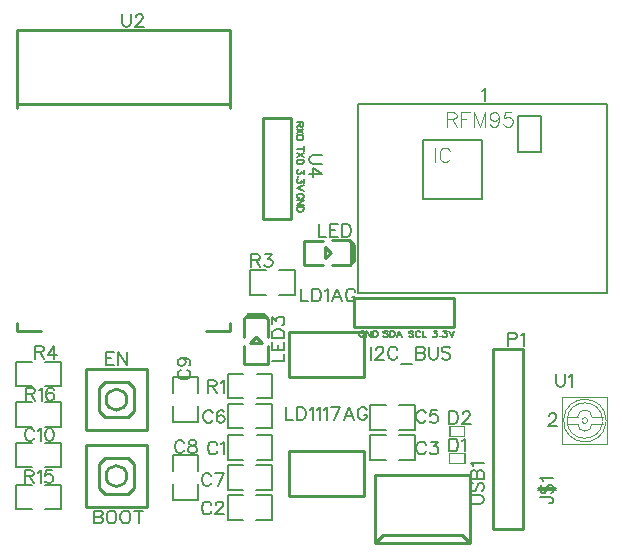
<source format=gto>
G04 Layer: TopSilkLayer*
G04 EasyEDA v6.2.35, 2019-08-15T18:41:42+02:00*
G04 d928556bf1d54400a7a5e192a75a7165,10119efe1344418d97fa33539d7a4e55,10*
G04 Gerber Generator version 0.2*
G04 Scale: 100 percent, Rotated: No, Reflected: No *
G04 Dimensions in millimeters *
G04 leading zeros omitted , absolute positions ,3 integer and 3 decimal *
%FSLAX33Y33*%
%MOMM*%
G90*
G71D02*

%ADD10C,0.254000*%
%ADD39C,0.199898*%
%ADD40C,0.127000*%
%ADD41C,0.100076*%
%ADD42C,0.101600*%
%ADD43C,0.100000*%
%ADD44C,0.152400*%

%LPD*%
G54D10*
G01X24486Y3408D02*
G01X30885Y3408D01*
G01X24486Y3408D02*
G01X24486Y7208D01*
G01X30885Y7208D02*
G01X24486Y7208D01*
G01X30885Y7208D02*
G01X30885Y3408D01*
G54D39*
G01X32719Y8527D02*
G01X31399Y8527D01*
G01X31399Y6457D01*
G01X32719Y6457D01*
G01X33851Y8527D02*
G01X35171Y8527D01*
G01X35171Y6457D01*
G01X33851Y6457D01*
G54D10*
G01X20699Y16101D02*
G01X20699Y14551D01*
G01X22731Y14551D01*
G01X22731Y16101D01*
G01X20674Y16888D02*
G01X20674Y18361D01*
G01X21080Y18768D01*
G01X22350Y18768D01*
G01X22731Y18387D01*
G01X22731Y16863D01*
G01X21215Y16327D02*
G01X22216Y16327D01*
G01X22216Y16327D01*
G01X21715Y16827D01*
G01X21715Y16827D01*
G01X21215Y16327D01*
G01X20915Y18526D02*
G01X22515Y18526D01*
G01X39813Y5145D02*
G01X39813Y-594D01*
G01X39813Y5155D02*
G01X31814Y5155D01*
G01X31814Y5155D02*
G01X31814Y-584D01*
G01X39813Y-604D02*
G01X31814Y-604D01*
G01X39203Y105D02*
G01X32434Y105D01*
G01X39793Y-604D02*
G01X39793Y-484D01*
G01X39203Y105D01*
G01X31843Y-584D02*
G01X31843Y-484D01*
G01X32434Y105D01*
G01X1515Y42853D02*
G01X19516Y42854D01*
G01X1515Y42854D02*
G01X1515Y36213D01*
G01X1515Y36554D02*
G01X19516Y36553D01*
G01X19515Y42854D02*
G01X19516Y36213D01*
G01X1515Y18014D02*
G01X1515Y17353D01*
G01X1515Y17353D02*
G01X3515Y17353D01*
G01X19516Y18014D02*
G01X19516Y17353D01*
G01X17515Y17353D02*
G01X19516Y17353D01*
G54D39*
G01X20654Y8527D02*
G01X19334Y8527D01*
G01X19334Y6457D01*
G01X20654Y6457D01*
G01X21786Y8527D02*
G01X23106Y8527D01*
G01X23106Y6457D01*
G01X21786Y6457D01*
G01X3856Y12681D02*
G01X5176Y12681D01*
G01X5176Y14751D01*
G01X3856Y14751D01*
G01X2724Y12681D02*
G01X1404Y12681D01*
G01X1404Y14751D01*
G01X2724Y14751D01*
G54D10*
G01X24694Y35364D02*
G01X24694Y26864D01*
G01X22294Y26864D01*
G01X22294Y35364D01*
G01X24694Y35364D01*
G01X10905Y3580D02*
G01X8906Y3580D01*
G01X8406Y4080D01*
G01X8406Y6079D01*
G01X8906Y6579D01*
G01X10905Y6579D01*
G01X11405Y6079D01*
G01X11405Y4080D01*
G01X10905Y3580D01*
G01X12505Y2480D02*
G01X7306Y2480D01*
G01X7306Y7679D01*
G01X12505Y7679D01*
G01X12505Y2480D01*
G01X8906Y13049D02*
G01X10905Y13049D01*
G01X11405Y12549D01*
G01X11405Y10549D01*
G01X10905Y10049D01*
G01X8906Y10049D01*
G01X8406Y10549D01*
G01X8406Y12549D01*
G01X8906Y13049D01*
G01X7306Y14149D02*
G01X12505Y14149D01*
G01X12505Y8949D01*
G01X7306Y8949D01*
G01X7306Y14149D01*
G54D39*
G01X32719Y11067D02*
G01X31399Y11067D01*
G01X31399Y8997D01*
G01X32719Y8997D01*
G01X33851Y11067D02*
G01X35171Y11067D01*
G01X35171Y8997D01*
G01X33851Y8997D01*
G01X21763Y3918D02*
G01X23083Y3918D01*
G01X23083Y5988D01*
G01X21763Y5988D01*
G01X20631Y3918D02*
G01X19311Y3918D01*
G01X19311Y5988D01*
G01X20631Y5988D01*
G01X16782Y5507D02*
G01X16782Y6827D01*
G01X14712Y6827D01*
G01X14712Y5507D01*
G01X16782Y4375D02*
G01X16782Y3055D01*
G01X14712Y3055D01*
G01X14712Y4375D01*
G01X3856Y2267D02*
G01X5176Y2267D01*
G01X5176Y4337D01*
G01X3856Y4337D01*
G01X2724Y2267D02*
G01X1404Y2267D01*
G01X1404Y4337D01*
G01X2724Y4337D01*
G01X14713Y11002D02*
G01X14713Y9682D01*
G01X16783Y9682D01*
G01X16783Y11002D01*
G01X14713Y12134D02*
G01X14713Y13454D01*
G01X16783Y13454D01*
G01X16783Y12134D01*
G01X3856Y9252D02*
G01X5176Y9252D01*
G01X5176Y11322D01*
G01X3856Y11322D01*
G01X2724Y9252D02*
G01X1404Y9252D01*
G01X1404Y11322D01*
G01X2724Y11322D01*
G54D10*
G01X24486Y13441D02*
G01X30885Y13441D01*
G01X24486Y13441D02*
G01X24486Y17241D01*
G01X30885Y17241D02*
G01X24486Y17241D01*
G01X30885Y17241D02*
G01X30885Y13441D01*
G54D39*
G01X21763Y9125D02*
G01X23083Y9125D01*
G01X23083Y11195D01*
G01X21763Y11195D01*
G01X20631Y9125D02*
G01X19311Y9125D01*
G01X19311Y11195D01*
G01X20631Y11195D01*
G01X21763Y1378D02*
G01X23083Y1378D01*
G01X23083Y3448D01*
G01X21763Y3448D01*
G01X20631Y1378D02*
G01X19311Y1378D01*
G01X19311Y3448D01*
G01X20631Y3448D01*
G01X3856Y5823D02*
G01X5176Y5823D01*
G01X5176Y7893D01*
G01X3856Y7893D01*
G01X2724Y5823D02*
G01X1404Y5823D01*
G01X1404Y7893D01*
G01X2724Y7893D01*
G01X23668Y20428D02*
G01X24988Y20428D01*
G01X24988Y22498D01*
G01X23668Y22498D01*
G01X22536Y20428D02*
G01X21216Y20428D01*
G01X21216Y22498D01*
G01X22536Y22498D01*
G54D10*
G01X27369Y25020D02*
G01X25820Y25020D01*
G01X25820Y22988D01*
G01X27369Y22988D01*
G01X28157Y25045D02*
G01X29630Y25045D01*
G01X30036Y24639D01*
G01X30036Y23369D01*
G01X29655Y22988D01*
G01X28131Y22988D01*
G01X27595Y24504D02*
G01X27595Y23503D01*
G01X27595Y23503D01*
G01X28096Y24004D01*
G01X28096Y24004D01*
G01X27595Y24504D01*
G01X29795Y24804D02*
G01X29795Y23204D01*
G54D39*
G01X20654Y13734D02*
G01X19334Y13734D01*
G01X19334Y11664D01*
G01X20654Y11664D01*
G01X21786Y13734D02*
G01X23106Y13734D01*
G01X23106Y11664D01*
G01X21786Y11664D01*
G54D40*
G01X30353Y20560D02*
G01X51432Y20560D01*
G01X51432Y36559D01*
G01X30353Y36559D01*
G01X30353Y20560D01*
G01X35892Y33560D02*
G01X35892Y28560D01*
G01X40892Y28560D01*
G01X40892Y33560D01*
G01X35892Y33560D01*
G01X45892Y35560D02*
G01X43892Y35560D01*
G01X43892Y32560D01*
G01X45892Y32560D01*
G01X45892Y35560D01*
G54D41*
G01X48963Y10078D02*
G01X48062Y10078D01*
G01X48963Y9479D02*
G01X48062Y9479D01*
G01X50162Y10078D02*
G01X51062Y10078D01*
G01X50162Y9479D02*
G01X51062Y9479D01*
G01X47663Y11778D02*
G01X51462Y11778D01*
G01X51462Y7779D01*
G01X47663Y7779D01*
G01X47663Y11778D01*
G54D10*
G01X41783Y15875D02*
G01X44323Y15875D01*
G01X44323Y635D01*
G01X41783Y635D01*
G01X41783Y15875D01*
G01X30024Y20122D02*
G01X38524Y20122D01*
G01X38524Y17722D01*
G01X30024Y17722D01*
G01X30024Y20122D01*
G54D42*
G01X38165Y9289D02*
G01X39365Y9289D01*
G01X39365Y8490D01*
G01X38165Y8490D01*
G01X38165Y9289D01*
G54D43*
G01X38065Y9289D02*
G01X38065Y8490D01*
G54D42*
G01X39304Y6204D02*
G01X38104Y6204D01*
G01X38104Y7003D01*
G01X39304Y7003D01*
G01X39304Y6204D01*
G54D43*
G01X39404Y6204D02*
G01X39404Y7003D01*
G54D44*
G01X24257Y10909D02*
G01X24257Y9820D01*
G01X24257Y9820D02*
G01X24879Y9820D01*
G01X25222Y10909D02*
G01X25222Y9820D01*
G01X25222Y10909D02*
G01X25587Y10909D01*
G01X25742Y10858D01*
G01X25847Y10754D01*
G01X25897Y10650D01*
G01X25951Y10495D01*
G01X25951Y10234D01*
G01X25897Y10079D01*
G01X25847Y9975D01*
G01X25742Y9870D01*
G01X25587Y9820D01*
G01X25222Y9820D01*
G01X26294Y10701D02*
G01X26398Y10754D01*
G01X26553Y10909D01*
G01X26553Y9820D01*
G01X26896Y10701D02*
G01X27000Y10754D01*
G01X27155Y10909D01*
G01X27155Y9820D01*
G01X27498Y10701D02*
G01X27602Y10754D01*
G01X27759Y10909D01*
G01X27759Y9820D01*
G01X28829Y10909D02*
G01X28308Y9820D01*
G01X28102Y10909D02*
G01X28829Y10909D01*
G01X29588Y10909D02*
G01X29171Y9820D01*
G01X29588Y10909D02*
G01X30002Y9820D01*
G01X29326Y10183D02*
G01X29847Y10183D01*
G01X31125Y10650D02*
G01X31074Y10754D01*
G01X30970Y10858D01*
G01X30866Y10909D01*
G01X30657Y10909D01*
G01X30553Y10858D01*
G01X30449Y10754D01*
G01X30398Y10650D01*
G01X30345Y10495D01*
G01X30345Y10234D01*
G01X30398Y10079D01*
G01X30449Y9975D01*
G01X30553Y9870D01*
G01X30657Y9820D01*
G01X30866Y9820D01*
G01X30970Y9870D01*
G01X31074Y9975D01*
G01X31125Y10079D01*
G01X31125Y10234D01*
G01X30866Y10234D02*
G01X31125Y10234D01*
G01X36086Y7741D02*
G01X36032Y7846D01*
G01X35928Y7947D01*
G01X35826Y8001D01*
G01X35618Y8001D01*
G01X35514Y7947D01*
G01X35410Y7846D01*
G01X35357Y7741D01*
G01X35306Y7584D01*
G01X35306Y7325D01*
G01X35357Y7170D01*
G01X35410Y7066D01*
G01X35514Y6962D01*
G01X35618Y6908D01*
G01X35826Y6908D01*
G01X35928Y6962D01*
G01X36032Y7066D01*
G01X36086Y7170D01*
G01X36533Y8001D02*
G01X37104Y8001D01*
G01X36792Y7584D01*
G01X36947Y7584D01*
G01X37051Y7533D01*
G01X37104Y7480D01*
G01X37155Y7325D01*
G01X37155Y7221D01*
G01X37104Y7066D01*
G01X37000Y6962D01*
G01X36842Y6908D01*
G01X36688Y6908D01*
G01X36533Y6962D01*
G01X36479Y7012D01*
G01X36428Y7117D01*
G01X23040Y14794D02*
G01X24130Y14794D01*
G01X24130Y14794D02*
G01X24130Y15416D01*
G01X23040Y15759D02*
G01X24130Y15759D01*
G01X23040Y15759D02*
G01X23040Y16435D01*
G01X23558Y15759D02*
G01X23558Y16175D01*
G01X24130Y15759D02*
G01X24130Y16435D01*
G01X23040Y16777D02*
G01X24130Y16777D01*
G01X23040Y16777D02*
G01X23040Y17143D01*
G01X23091Y17298D01*
G01X23195Y17402D01*
G01X23299Y17453D01*
G01X23454Y17506D01*
G01X23713Y17506D01*
G01X23870Y17453D01*
G01X23975Y17402D01*
G01X24079Y17298D01*
G01X24130Y17143D01*
G01X24130Y16777D01*
G01X23040Y17953D02*
G01X23040Y18525D01*
G01X23454Y18213D01*
G01X23454Y18367D01*
G01X23507Y18472D01*
G01X23558Y18525D01*
G01X23713Y18576D01*
G01X23817Y18576D01*
G01X23975Y18525D01*
G01X24079Y18421D01*
G01X24130Y18263D01*
G01X24130Y18108D01*
G01X24079Y17953D01*
G01X24025Y17900D01*
G01X23921Y17849D01*
G01X39912Y2725D02*
G01X40692Y2725D01*
G01X40847Y2775D01*
G01X40951Y2880D01*
G01X41002Y3037D01*
G01X41002Y3141D01*
G01X40951Y3296D01*
G01X40847Y3400D01*
G01X40692Y3451D01*
G01X39912Y3451D01*
G01X40067Y4523D02*
G01X39963Y4419D01*
G01X39912Y4261D01*
G01X39912Y4056D01*
G01X39963Y3898D01*
G01X40067Y3794D01*
G01X40171Y3794D01*
G01X40275Y3847D01*
G01X40326Y3898D01*
G01X40379Y4002D01*
G01X40483Y4315D01*
G01X40534Y4419D01*
G01X40588Y4470D01*
G01X40692Y4523D01*
G01X40847Y4523D01*
G01X40951Y4419D01*
G01X41002Y4261D01*
G01X41002Y4056D01*
G01X40951Y3898D01*
G01X40847Y3794D01*
G01X39912Y4866D02*
G01X41002Y4866D01*
G01X39912Y4866D02*
G01X39912Y5333D01*
G01X39963Y5488D01*
G01X40016Y5542D01*
G01X40120Y5592D01*
G01X40222Y5592D01*
G01X40326Y5542D01*
G01X40379Y5488D01*
G01X40430Y5333D01*
G01X40430Y4866D02*
G01X40430Y5333D01*
G01X40483Y5488D01*
G01X40534Y5542D01*
G01X40638Y5592D01*
G01X40793Y5592D01*
G01X40897Y5542D01*
G01X40951Y5488D01*
G01X41002Y5333D01*
G01X41002Y4866D01*
G01X40120Y5935D02*
G01X40067Y6039D01*
G01X39912Y6194D01*
G01X41002Y6194D01*
G01X10414Y44198D02*
G01X10414Y43418D01*
G01X10464Y43263D01*
G01X10568Y43159D01*
G01X10726Y43108D01*
G01X10830Y43108D01*
G01X10985Y43159D01*
G01X11089Y43263D01*
G01X11140Y43418D01*
G01X11140Y44198D01*
G01X11536Y43939D02*
G01X11536Y43990D01*
G01X11587Y44094D01*
G01X11640Y44147D01*
G01X11744Y44198D01*
G01X11950Y44198D01*
G01X12054Y44147D01*
G01X12108Y44094D01*
G01X12158Y43990D01*
G01X12158Y43886D01*
G01X12108Y43781D01*
G01X12004Y43627D01*
G01X11483Y43108D01*
G01X12212Y43108D01*
G01X18433Y7741D02*
G01X18379Y7846D01*
G01X18275Y7947D01*
G01X18173Y8001D01*
G01X17965Y8001D01*
G01X17861Y7947D01*
G01X17757Y7846D01*
G01X17704Y7741D01*
G01X17653Y7584D01*
G01X17653Y7325D01*
G01X17704Y7170D01*
G01X17757Y7066D01*
G01X17861Y6962D01*
G01X17965Y6908D01*
G01X18173Y6908D01*
G01X18275Y6962D01*
G01X18379Y7066D01*
G01X18433Y7170D01*
G01X18775Y7792D02*
G01X18880Y7846D01*
G01X19035Y8001D01*
G01X19035Y6908D01*
G01X3047Y16096D02*
G01X3047Y15004D01*
G01X3047Y16096D02*
G01X3515Y16096D01*
G01X3670Y16042D01*
G01X3723Y15992D01*
G01X3774Y15887D01*
G01X3774Y15783D01*
G01X3723Y15679D01*
G01X3670Y15628D01*
G01X3515Y15575D01*
G01X3047Y15575D01*
G01X3410Y15575D02*
G01X3774Y15004D01*
G01X4637Y16096D02*
G01X4117Y15369D01*
G01X4896Y15369D01*
G01X4637Y16096D02*
G01X4637Y15004D01*
G01X27293Y32258D02*
G01X26514Y32258D01*
G01X26359Y32207D01*
G01X26254Y32103D01*
G01X26201Y31945D01*
G01X26201Y31841D01*
G01X26254Y31686D01*
G01X26359Y31582D01*
G01X26514Y31531D01*
G01X27293Y31531D01*
G01X27293Y30667D02*
G01X26564Y31188D01*
G01X26564Y30408D01*
G01X27293Y30667D02*
G01X26201Y30667D01*
G01X8001Y2158D02*
G01X8001Y1069D01*
G01X8001Y2158D02*
G01X8468Y2158D01*
G01X8623Y2108D01*
G01X8676Y2054D01*
G01X8727Y1950D01*
G01X8727Y1846D01*
G01X8676Y1742D01*
G01X8623Y1691D01*
G01X8468Y1640D01*
G01X8001Y1640D02*
G01X8468Y1640D01*
G01X8623Y1587D01*
G01X8676Y1536D01*
G01X8727Y1432D01*
G01X8727Y1274D01*
G01X8676Y1170D01*
G01X8623Y1119D01*
G01X8468Y1069D01*
G01X8001Y1069D01*
G01X9382Y2158D02*
G01X9278Y2108D01*
G01X9174Y2003D01*
G01X9123Y1899D01*
G01X9070Y1742D01*
G01X9070Y1483D01*
G01X9123Y1328D01*
G01X9174Y1224D01*
G01X9278Y1119D01*
G01X9382Y1069D01*
G01X9591Y1069D01*
G01X9695Y1119D01*
G01X9799Y1224D01*
G01X9850Y1328D01*
G01X9903Y1483D01*
G01X9903Y1742D01*
G01X9850Y1899D01*
G01X9799Y2003D01*
G01X9695Y2108D01*
G01X9591Y2158D01*
G01X9382Y2158D01*
G01X10556Y2158D02*
G01X10452Y2108D01*
G01X10350Y2003D01*
G01X10297Y1899D01*
G01X10246Y1742D01*
G01X10246Y1483D01*
G01X10297Y1328D01*
G01X10350Y1224D01*
G01X10452Y1119D01*
G01X10556Y1069D01*
G01X10764Y1069D01*
G01X10868Y1119D01*
G01X10972Y1224D01*
G01X11023Y1328D01*
G01X11076Y1483D01*
G01X11076Y1742D01*
G01X11023Y1899D01*
G01X10972Y2003D01*
G01X10868Y2108D01*
G01X10764Y2158D01*
G01X10556Y2158D01*
G01X11783Y2158D02*
G01X11783Y1069D01*
G01X11419Y2158D02*
G01X12146Y2158D01*
G01X9017Y15609D02*
G01X9017Y14519D01*
G01X9017Y15609D02*
G01X9692Y15609D01*
G01X9017Y15091D02*
G01X9433Y15091D01*
G01X9017Y14519D02*
G01X9692Y14519D01*
G01X10035Y15609D02*
G01X10035Y14519D01*
G01X10035Y15609D02*
G01X10761Y14519D01*
G01X10761Y15609D02*
G01X10761Y14519D01*
G01X36086Y10408D02*
G01X36032Y10513D01*
G01X35928Y10614D01*
G01X35826Y10668D01*
G01X35618Y10668D01*
G01X35514Y10614D01*
G01X35410Y10513D01*
G01X35357Y10408D01*
G01X35306Y10251D01*
G01X35306Y9992D01*
G01X35357Y9837D01*
G01X35410Y9733D01*
G01X35514Y9629D01*
G01X35618Y9575D01*
G01X35826Y9575D01*
G01X35928Y9629D01*
G01X36032Y9733D01*
G01X36086Y9837D01*
G01X37051Y10668D02*
G01X36533Y10668D01*
G01X36479Y10200D01*
G01X36533Y10251D01*
G01X36688Y10304D01*
G01X36842Y10304D01*
G01X37000Y10251D01*
G01X37104Y10147D01*
G01X37155Y9992D01*
G01X37155Y9888D01*
G01X37104Y9733D01*
G01X37000Y9629D01*
G01X36842Y9575D01*
G01X36688Y9575D01*
G01X36533Y9629D01*
G01X36479Y9679D01*
G01X36428Y9784D01*
G01X17924Y5074D02*
G01X17871Y5179D01*
G01X17767Y5280D01*
G01X17665Y5333D01*
G01X17457Y5333D01*
G01X17353Y5280D01*
G01X17248Y5179D01*
G01X17195Y5074D01*
G01X17144Y4917D01*
G01X17144Y4658D01*
G01X17195Y4503D01*
G01X17248Y4399D01*
G01X17353Y4295D01*
G01X17457Y4241D01*
G01X17665Y4241D01*
G01X17767Y4295D01*
G01X17871Y4399D01*
G01X17924Y4503D01*
G01X18993Y5333D02*
G01X18475Y4241D01*
G01X18267Y5333D02*
G01X18993Y5333D01*
G01X15639Y7869D02*
G01X15585Y7973D01*
G01X15481Y8074D01*
G01X15380Y8128D01*
G01X15171Y8128D01*
G01X15067Y8074D01*
G01X14963Y7973D01*
G01X14910Y7869D01*
G01X14859Y7711D01*
G01X14859Y7452D01*
G01X14910Y7297D01*
G01X14963Y7193D01*
G01X15067Y7089D01*
G01X15171Y7036D01*
G01X15380Y7036D01*
G01X15481Y7089D01*
G01X15585Y7193D01*
G01X15639Y7297D01*
G01X16241Y8128D02*
G01X16086Y8074D01*
G01X16033Y7973D01*
G01X16033Y7869D01*
G01X16086Y7765D01*
G01X16190Y7711D01*
G01X16396Y7660D01*
G01X16553Y7607D01*
G01X16657Y7503D01*
G01X16708Y7401D01*
G01X16708Y7244D01*
G01X16657Y7140D01*
G01X16604Y7089D01*
G01X16449Y7036D01*
G01X16241Y7036D01*
G01X16086Y7089D01*
G01X16033Y7140D01*
G01X15982Y7244D01*
G01X15982Y7401D01*
G01X16033Y7503D01*
G01X16137Y7607D01*
G01X16294Y7660D01*
G01X16500Y7711D01*
G01X16604Y7765D01*
G01X16657Y7869D01*
G01X16657Y7973D01*
G01X16604Y8074D01*
G01X16449Y8128D01*
G01X16241Y8128D01*
G01X2159Y5576D02*
G01X2159Y4484D01*
G01X2159Y5576D02*
G01X2626Y5576D01*
G01X2781Y5523D01*
G01X2834Y5472D01*
G01X2885Y5368D01*
G01X2885Y5264D01*
G01X2834Y5160D01*
G01X2781Y5109D01*
G01X2626Y5055D01*
G01X2159Y5055D01*
G01X2522Y5055D02*
G01X2885Y4484D01*
G01X3228Y5368D02*
G01X3332Y5421D01*
G01X3489Y5576D01*
G01X3489Y4484D01*
G01X4455Y5576D02*
G01X3937Y5576D01*
G01X3883Y5109D01*
G01X3937Y5160D01*
G01X4091Y5213D01*
G01X4246Y5213D01*
G01X4404Y5160D01*
G01X4508Y5055D01*
G01X4559Y4900D01*
G01X4559Y4796D01*
G01X4508Y4641D01*
G01X4404Y4537D01*
G01X4246Y4484D01*
G01X4091Y4484D01*
G01X3937Y4537D01*
G01X3883Y4588D01*
G01X3832Y4692D01*
G01X15344Y14066D02*
G01X15240Y14012D01*
G01X15138Y13908D01*
G01X15085Y13807D01*
G01X15085Y13598D01*
G01X15138Y13494D01*
G01X15240Y13390D01*
G01X15344Y13337D01*
G01X15502Y13286D01*
G01X15761Y13286D01*
G01X15916Y13337D01*
G01X16020Y13390D01*
G01X16124Y13494D01*
G01X16177Y13598D01*
G01X16177Y13807D01*
G01X16124Y13908D01*
G01X16020Y14012D01*
G01X15916Y14066D01*
G01X15448Y15084D02*
G01X15606Y15031D01*
G01X15710Y14927D01*
G01X15761Y14772D01*
G01X15761Y14721D01*
G01X15710Y14564D01*
G01X15606Y14460D01*
G01X15448Y14409D01*
G01X15398Y14409D01*
G01X15240Y14460D01*
G01X15138Y14564D01*
G01X15085Y14721D01*
G01X15085Y14772D01*
G01X15138Y14927D01*
G01X15240Y15031D01*
G01X15448Y15084D01*
G01X15710Y15084D01*
G01X15969Y15031D01*
G01X16124Y14927D01*
G01X16177Y14772D01*
G01X16177Y14668D01*
G01X16124Y14513D01*
G01X16020Y14460D01*
G01X2286Y12561D02*
G01X2286Y11469D01*
G01X2286Y12561D02*
G01X2753Y12561D01*
G01X2908Y12508D01*
G01X2961Y12457D01*
G01X3012Y12353D01*
G01X3012Y12249D01*
G01X2961Y12145D01*
G01X2908Y12094D01*
G01X2753Y12040D01*
G01X2286Y12040D01*
G01X2649Y12040D02*
G01X3012Y11469D01*
G01X3355Y12353D02*
G01X3459Y12406D01*
G01X3616Y12561D01*
G01X3616Y11469D01*
G01X4582Y12406D02*
G01X4531Y12508D01*
G01X4373Y12561D01*
G01X4269Y12561D01*
G01X4114Y12508D01*
G01X4010Y12353D01*
G01X3959Y12094D01*
G01X3959Y11835D01*
G01X4010Y11626D01*
G01X4114Y11522D01*
G01X4269Y11469D01*
G01X4323Y11469D01*
G01X4478Y11522D01*
G01X4582Y11626D01*
G01X4635Y11781D01*
G01X4635Y11835D01*
G01X4582Y11990D01*
G01X4478Y12094D01*
G01X4323Y12145D01*
G01X4269Y12145D01*
G01X4114Y12094D01*
G01X4010Y11990D01*
G01X3959Y11835D01*
G01X25526Y20955D02*
G01X25526Y19865D01*
G01X25526Y19865D02*
G01X26149Y19865D01*
G01X26492Y20955D02*
G01X26492Y19865D01*
G01X26492Y20955D02*
G01X26857Y20955D01*
G01X27012Y20904D01*
G01X27116Y20800D01*
G01X27167Y20696D01*
G01X27221Y20541D01*
G01X27221Y20279D01*
G01X27167Y20124D01*
G01X27116Y20020D01*
G01X27012Y19916D01*
G01X26857Y19865D01*
G01X26492Y19865D01*
G01X27563Y20746D02*
G01X27668Y20800D01*
G01X27822Y20955D01*
G01X27822Y19865D01*
G01X28582Y20955D02*
G01X28165Y19865D01*
G01X28582Y20955D02*
G01X28996Y19865D01*
G01X28320Y20228D02*
G01X28841Y20228D01*
G01X30119Y20696D02*
G01X30068Y20800D01*
G01X29964Y20904D01*
G01X29860Y20955D01*
G01X29651Y20955D01*
G01X29547Y20904D01*
G01X29443Y20800D01*
G01X29392Y20696D01*
G01X29339Y20541D01*
G01X29339Y20279D01*
G01X29392Y20124D01*
G01X29443Y20020D01*
G01X29547Y19916D01*
G01X29651Y19865D01*
G01X29860Y19865D01*
G01X29964Y19916D01*
G01X30068Y20020D01*
G01X30119Y20124D01*
G01X30119Y20279D01*
G01X29860Y20279D02*
G01X30119Y20279D01*
G01X18051Y10408D02*
G01X17998Y10513D01*
G01X17894Y10617D01*
G01X17792Y10668D01*
G01X17584Y10668D01*
G01X17480Y10617D01*
G01X17376Y10513D01*
G01X17322Y10408D01*
G01X17271Y10251D01*
G01X17271Y9992D01*
G01X17322Y9837D01*
G01X17376Y9733D01*
G01X17480Y9629D01*
G01X17584Y9575D01*
G01X17792Y9575D01*
G01X17894Y9629D01*
G01X17998Y9733D01*
G01X18051Y9837D01*
G01X19016Y10513D02*
G01X18966Y10617D01*
G01X18808Y10668D01*
G01X18707Y10668D01*
G01X18549Y10617D01*
G01X18445Y10459D01*
G01X18394Y10200D01*
G01X18394Y9941D01*
G01X18445Y9733D01*
G01X18549Y9629D01*
G01X18707Y9575D01*
G01X18757Y9575D01*
G01X18912Y9629D01*
G01X19016Y9733D01*
G01X19070Y9888D01*
G01X19070Y9941D01*
G01X19016Y10096D01*
G01X18912Y10200D01*
G01X18757Y10251D01*
G01X18707Y10251D01*
G01X18549Y10200D01*
G01X18445Y10096D01*
G01X18394Y9941D01*
G01X17924Y2661D02*
G01X17871Y2766D01*
G01X17767Y2870D01*
G01X17665Y2920D01*
G01X17457Y2920D01*
G01X17353Y2870D01*
G01X17249Y2766D01*
G01X17195Y2661D01*
G01X17145Y2504D01*
G01X17145Y2245D01*
G01X17195Y2090D01*
G01X17249Y1986D01*
G01X17353Y1882D01*
G01X17457Y1828D01*
G01X17665Y1828D01*
G01X17767Y1882D01*
G01X17871Y1986D01*
G01X17924Y2090D01*
G01X18318Y2661D02*
G01X18318Y2712D01*
G01X18371Y2816D01*
G01X18422Y2870D01*
G01X18526Y2920D01*
G01X18735Y2920D01*
G01X18839Y2870D01*
G01X18889Y2816D01*
G01X18943Y2712D01*
G01X18943Y2608D01*
G01X18889Y2504D01*
G01X18785Y2349D01*
G01X18267Y1828D01*
G01X18994Y1828D01*
G01X2938Y8884D02*
G01X2885Y8989D01*
G01X2781Y9093D01*
G01X2679Y9143D01*
G01X2471Y9143D01*
G01X2367Y9093D01*
G01X2263Y8989D01*
G01X2209Y8884D01*
G01X2159Y8727D01*
G01X2159Y8468D01*
G01X2209Y8313D01*
G01X2263Y8209D01*
G01X2367Y8105D01*
G01X2471Y8051D01*
G01X2679Y8051D01*
G01X2781Y8105D01*
G01X2885Y8209D01*
G01X2938Y8313D01*
G01X3281Y8935D02*
G01X3385Y8989D01*
G01X3540Y9143D01*
G01X3540Y8051D01*
G01X4196Y9143D02*
G01X4038Y9093D01*
G01X3937Y8935D01*
G01X3883Y8676D01*
G01X3883Y8521D01*
G01X3937Y8260D01*
G01X4038Y8105D01*
G01X4196Y8051D01*
G01X4300Y8051D01*
G01X4455Y8105D01*
G01X4559Y8260D01*
G01X4610Y8521D01*
G01X4610Y8676D01*
G01X4559Y8935D01*
G01X4455Y9093D01*
G01X4300Y9143D01*
G01X4196Y9143D01*
G01X21336Y23875D02*
G01X21336Y22783D01*
G01X21336Y23875D02*
G01X21803Y23875D01*
G01X21958Y23825D01*
G01X22011Y23771D01*
G01X22062Y23667D01*
G01X22062Y23563D01*
G01X22011Y23459D01*
G01X21958Y23408D01*
G01X21803Y23355D01*
G01X21336Y23355D01*
G01X21699Y23355D02*
G01X22062Y22783D01*
G01X22509Y23875D02*
G01X23080Y23875D01*
G01X22771Y23459D01*
G01X22926Y23459D01*
G01X23030Y23408D01*
G01X23080Y23355D01*
G01X23134Y23200D01*
G01X23134Y23096D01*
G01X23080Y22941D01*
G01X22976Y22837D01*
G01X22821Y22783D01*
G01X22666Y22783D01*
G01X22509Y22837D01*
G01X22458Y22887D01*
G01X22405Y22992D01*
G01X27050Y26416D02*
G01X27050Y25326D01*
G01X27050Y25326D02*
G01X27673Y25326D01*
G01X28016Y26416D02*
G01X28016Y25326D01*
G01X28016Y26416D02*
G01X28691Y26416D01*
G01X28016Y25897D02*
G01X28432Y25897D01*
G01X28016Y25326D02*
G01X28691Y25326D01*
G01X29034Y26416D02*
G01X29034Y25326D01*
G01X29034Y26416D02*
G01X29400Y26416D01*
G01X29555Y26365D01*
G01X29659Y26261D01*
G01X29710Y26156D01*
G01X29763Y26001D01*
G01X29763Y25742D01*
G01X29710Y25585D01*
G01X29659Y25481D01*
G01X29555Y25377D01*
G01X29400Y25326D01*
G01X29034Y25326D01*
G01X17653Y13207D02*
G01X17653Y12115D01*
G01X17653Y13207D02*
G01X18120Y13207D01*
G01X18275Y13157D01*
G01X18328Y13103D01*
G01X18379Y12999D01*
G01X18379Y12895D01*
G01X18328Y12791D01*
G01X18275Y12740D01*
G01X18120Y12687D01*
G01X17653Y12687D01*
G01X18016Y12687D02*
G01X18379Y12115D01*
G01X18722Y12999D02*
G01X18826Y13053D01*
G01X18983Y13207D01*
G01X18983Y12115D01*
G01X40892Y37696D02*
G01X40997Y37749D01*
G01X41152Y37904D01*
G01X41152Y36815D01*
G54D42*
G01X36892Y32888D02*
G01X36892Y31676D01*
G01X38139Y32598D02*
G01X38081Y32715D01*
G01X37966Y32829D01*
G01X37850Y32888D01*
G01X37621Y32888D01*
G01X37504Y32829D01*
G01X37390Y32715D01*
G01X37331Y32598D01*
G01X37273Y32425D01*
G01X37273Y32136D01*
G01X37331Y31963D01*
G01X37390Y31849D01*
G01X37504Y31732D01*
G01X37621Y31676D01*
G01X37850Y31676D01*
G01X37966Y31732D01*
G01X38081Y31849D01*
G01X38139Y31963D01*
G01X37893Y35887D02*
G01X37893Y34676D01*
G01X37893Y35887D02*
G01X38411Y35887D01*
G01X38586Y35829D01*
G01X38642Y35771D01*
G01X38700Y35656D01*
G01X38700Y35542D01*
G01X38642Y35425D01*
G01X38586Y35367D01*
G01X38411Y35311D01*
G01X37893Y35311D01*
G01X38297Y35311D02*
G01X38700Y34676D01*
G01X39081Y35887D02*
G01X39081Y34676D01*
G01X39081Y35887D02*
G01X39833Y35887D01*
G01X39081Y35311D02*
G01X39544Y35311D01*
G01X40214Y35887D02*
G01X40214Y34676D01*
G01X40214Y35887D02*
G01X40674Y34676D01*
G01X41136Y35887D02*
G01X40674Y34676D01*
G01X41136Y35887D02*
G01X41136Y34676D01*
G01X42269Y35484D02*
G01X42211Y35311D01*
G01X42094Y35194D01*
G01X41921Y35136D01*
G01X41865Y35136D01*
G01X41690Y35194D01*
G01X41576Y35311D01*
G01X41517Y35484D01*
G01X41517Y35542D01*
G01X41576Y35715D01*
G01X41690Y35829D01*
G01X41865Y35887D01*
G01X41921Y35887D01*
G01X42094Y35829D01*
G01X42211Y35715D01*
G01X42269Y35484D01*
G01X42269Y35194D01*
G01X42211Y34907D01*
G01X42094Y34732D01*
G01X41921Y34676D01*
G01X41807Y34676D01*
G01X41634Y34732D01*
G01X41576Y34849D01*
G01X43341Y35887D02*
G01X42764Y35887D01*
G01X42706Y35367D01*
G01X42764Y35425D01*
G01X42937Y35484D01*
G01X43110Y35484D01*
G01X43285Y35425D01*
G01X43399Y35311D01*
G01X43458Y35136D01*
G01X43458Y35021D01*
G01X43399Y34849D01*
G01X43285Y34732D01*
G01X43110Y34676D01*
G01X42937Y34676D01*
G01X42764Y34732D01*
G01X42706Y34790D01*
G01X42650Y34907D01*
G54D44*
G01X46532Y10154D02*
G01X46532Y10205D01*
G01X46586Y10309D01*
G01X46636Y10360D01*
G01X46741Y10414D01*
G01X46949Y10414D01*
G01X47053Y10360D01*
G01X47104Y10309D01*
G01X47157Y10205D01*
G01X47157Y10101D01*
G01X47104Y9997D01*
G01X47002Y9842D01*
G01X46482Y9321D01*
G01X47208Y9321D01*
G01X47117Y13716D02*
G01X47117Y12938D01*
G01X47167Y12781D01*
G01X47271Y12677D01*
G01X47429Y12626D01*
G01X47533Y12626D01*
G01X47688Y12677D01*
G01X47792Y12781D01*
G01X47843Y12938D01*
G01X47843Y13716D01*
G01X48186Y13510D02*
G01X48290Y13561D01*
G01X48447Y13716D01*
G01X48447Y12626D01*
G01X45801Y3281D02*
G01X46631Y3281D01*
G01X46786Y3228D01*
G01X46840Y3177D01*
G01X46890Y3073D01*
G01X46890Y2969D01*
G01X46840Y2865D01*
G01X46786Y2811D01*
G01X46631Y2761D01*
G01X46527Y2761D01*
G01X45592Y3883D02*
G01X47099Y3883D01*
G01X45592Y4091D02*
G01X47099Y4091D01*
G01X45956Y4351D02*
G01X45852Y4246D01*
G01X45801Y4091D01*
G01X45801Y3883D01*
G01X45852Y3726D01*
G01X45956Y3624D01*
G01X46060Y3624D01*
G01X46164Y3675D01*
G01X46215Y3726D01*
G01X46268Y3830D01*
G01X46372Y4142D01*
G01X46423Y4246D01*
G01X46474Y4297D01*
G01X46578Y4351D01*
G01X46735Y4351D01*
G01X46840Y4246D01*
G01X46890Y4091D01*
G01X46890Y3883D01*
G01X46840Y3726D01*
G01X46735Y3624D01*
G01X46006Y4693D02*
G01X45956Y4798D01*
G01X45801Y4953D01*
G01X46890Y4953D01*
G01X43053Y17218D02*
G01X43053Y16129D01*
G01X43053Y17218D02*
G01X43520Y17218D01*
G01X43675Y17167D01*
G01X43728Y17117D01*
G01X43779Y17012D01*
G01X43779Y16855D01*
G01X43728Y16751D01*
G01X43675Y16700D01*
G01X43520Y16647D01*
G01X43053Y16647D01*
G01X44122Y17012D02*
G01X44226Y17063D01*
G01X44383Y17218D01*
G01X44383Y16129D01*
G01X31496Y16041D02*
G01X31496Y14949D01*
G01X31889Y15782D02*
G01X31889Y15833D01*
G01X31943Y15937D01*
G01X31993Y15988D01*
G01X32097Y16041D01*
G01X32306Y16041D01*
G01X32410Y15988D01*
G01X32461Y15937D01*
G01X32514Y15833D01*
G01X32514Y15729D01*
G01X32461Y15625D01*
G01X32359Y15470D01*
G01X31838Y14949D01*
G01X32565Y14949D01*
G01X33688Y15782D02*
G01X33637Y15886D01*
G01X33533Y15988D01*
G01X33428Y16041D01*
G01X33220Y16041D01*
G01X33116Y15988D01*
G01X33012Y15886D01*
G01X32961Y15782D01*
G01X32908Y15625D01*
G01X32908Y15365D01*
G01X32961Y15210D01*
G01X33012Y15106D01*
G01X33116Y15002D01*
G01X33220Y14949D01*
G01X33428Y14949D01*
G01X33533Y15002D01*
G01X33637Y15106D01*
G01X33688Y15210D01*
G01X34030Y14586D02*
G01X34965Y14586D01*
G01X35308Y16041D02*
G01X35308Y14949D01*
G01X35308Y16041D02*
G01X35775Y16041D01*
G01X35933Y15988D01*
G01X35984Y15937D01*
G01X36037Y15833D01*
G01X36037Y15729D01*
G01X35984Y15625D01*
G01X35933Y15574D01*
G01X35775Y15520D01*
G01X35308Y15520D02*
G01X35775Y15520D01*
G01X35933Y15470D01*
G01X35984Y15416D01*
G01X36037Y15315D01*
G01X36037Y15157D01*
G01X35984Y15053D01*
G01X35933Y15002D01*
G01X35775Y14949D01*
G01X35308Y14949D01*
G01X36380Y16041D02*
G01X36380Y15261D01*
G01X36431Y15106D01*
G01X36535Y15002D01*
G01X36690Y14949D01*
G01X36794Y14949D01*
G01X36951Y15002D01*
G01X37056Y15106D01*
G01X37106Y15261D01*
G01X37106Y16041D01*
G01X38176Y15886D02*
G01X38074Y15988D01*
G01X37917Y16041D01*
G01X37708Y16041D01*
G01X37553Y15988D01*
G01X37449Y15886D01*
G01X37449Y15782D01*
G01X37503Y15678D01*
G01X37553Y15625D01*
G01X37658Y15574D01*
G01X37970Y15470D01*
G01X38074Y15416D01*
G01X38125Y15365D01*
G01X38176Y15261D01*
G01X38176Y15106D01*
G01X38074Y15002D01*
G01X37917Y14949D01*
G01X37708Y14949D01*
G01X37553Y15002D01*
G01X37449Y15106D01*
G01X38100Y10580D02*
G01X38100Y9488D01*
G01X38100Y10580D02*
G01X38463Y10580D01*
G01X38620Y10527D01*
G01X38722Y10425D01*
G01X38775Y10321D01*
G01X38826Y10163D01*
G01X38826Y9904D01*
G01X38775Y9749D01*
G01X38722Y9645D01*
G01X38620Y9541D01*
G01X38463Y9488D01*
G01X38100Y9488D01*
G01X39222Y10321D02*
G01X39222Y10372D01*
G01X39273Y10476D01*
G01X39326Y10527D01*
G01X39430Y10580D01*
G01X39636Y10580D01*
G01X39740Y10527D01*
G01X39794Y10476D01*
G01X39844Y10372D01*
G01X39844Y10268D01*
G01X39794Y10163D01*
G01X39690Y10008D01*
G01X39169Y9488D01*
G01X39898Y9488D01*
G01X38099Y8254D02*
G01X38099Y7162D01*
G01X38099Y8254D02*
G01X38463Y8254D01*
G01X38620Y8201D01*
G01X38722Y8100D01*
G01X38775Y7995D01*
G01X38826Y7838D01*
G01X38826Y7579D01*
G01X38775Y7424D01*
G01X38722Y7320D01*
G01X38620Y7216D01*
G01X38463Y7162D01*
G01X38099Y7162D01*
G01X39169Y8046D02*
G01X39273Y8100D01*
G01X39430Y8254D01*
G01X39430Y7162D01*
G01X25727Y35051D02*
G01X25153Y35051D01*
G01X25727Y35051D02*
G01X25727Y34807D01*
G01X25699Y34723D01*
G01X25672Y34698D01*
G01X25618Y34670D01*
G01X25562Y34670D01*
G01X25509Y34698D01*
G01X25481Y34723D01*
G01X25453Y34807D01*
G01X25453Y35051D01*
G01X25453Y34860D02*
G01X25153Y34670D01*
G01X25727Y34490D02*
G01X25153Y34109D01*
G01X25727Y34109D02*
G01X25153Y34490D01*
G01X25727Y33928D02*
G01X25153Y33928D01*
G01X25727Y33928D02*
G01X25727Y33738D01*
G01X25699Y33656D01*
G01X25646Y33601D01*
G01X25590Y33573D01*
G01X25509Y33547D01*
G01X25372Y33547D01*
G01X25291Y33573D01*
G01X25235Y33601D01*
G01X25181Y33656D01*
G01X25153Y33738D01*
G01X25153Y33928D01*
G01X25755Y32811D02*
G01X25183Y32811D01*
G01X25755Y33002D02*
G01X25755Y32618D01*
G01X25755Y32440D02*
G01X25183Y32057D01*
G01X25755Y32057D02*
G01X25183Y32440D01*
G01X25755Y31876D02*
G01X25183Y31876D01*
G01X25755Y31876D02*
G01X25755Y31686D01*
G01X25727Y31605D01*
G01X25673Y31549D01*
G01X25618Y31523D01*
G01X25536Y31495D01*
G01X25399Y31495D01*
G01X25318Y31523D01*
G01X25264Y31549D01*
G01X25209Y31605D01*
G01X25183Y31686D01*
G01X25183Y31876D01*
G01X25755Y30997D02*
G01X25755Y30695D01*
G01X25536Y30860D01*
G01X25536Y30779D01*
G01X25508Y30723D01*
G01X25483Y30695D01*
G01X25399Y30670D01*
G01X25346Y30670D01*
G01X25264Y30695D01*
G01X25209Y30751D01*
G01X25183Y30832D01*
G01X25183Y30914D01*
G01X25209Y30997D01*
G01X25237Y31023D01*
G01X25290Y31051D01*
G01X25318Y30462D02*
G01X25290Y30489D01*
G01X25264Y30462D01*
G01X25290Y30434D01*
G01X25318Y30462D01*
G01X25755Y30200D02*
G01X25755Y29900D01*
G01X25536Y30063D01*
G01X25536Y29981D01*
G01X25508Y29928D01*
G01X25483Y29900D01*
G01X25399Y29872D01*
G01X25346Y29872D01*
G01X25264Y29900D01*
G01X25209Y29954D01*
G01X25183Y30037D01*
G01X25183Y30119D01*
G01X25209Y30200D01*
G01X25237Y30228D01*
G01X25290Y30253D01*
G01X25755Y29692D02*
G01X25183Y29473D01*
G01X25755Y29255D02*
G01X25183Y29473D01*
G01X25618Y28592D02*
G01X25673Y28620D01*
G01X25727Y28673D01*
G01X25755Y28729D01*
G01X25755Y28838D01*
G01X25727Y28892D01*
G01X25673Y28945D01*
G01X25618Y28973D01*
G01X25536Y29001D01*
G01X25399Y29001D01*
G01X25318Y28973D01*
G01X25264Y28945D01*
G01X25209Y28892D01*
G01X25183Y28838D01*
G01X25183Y28729D01*
G01X25209Y28673D01*
G01X25264Y28620D01*
G01X25318Y28592D01*
G01X25399Y28592D01*
G01X25399Y28729D02*
G01X25399Y28592D01*
G01X25755Y28412D02*
G01X25183Y28412D01*
G01X25755Y28412D02*
G01X25183Y28031D01*
G01X25755Y28031D02*
G01X25183Y28031D01*
G01X25755Y27850D02*
G01X25183Y27850D01*
G01X25755Y27850D02*
G01X25755Y27660D01*
G01X25727Y27576D01*
G01X25673Y27523D01*
G01X25618Y27495D01*
G01X25536Y27467D01*
G01X25399Y27467D01*
G01X25318Y27495D01*
G01X25264Y27523D01*
G01X25209Y27576D01*
G01X25183Y27660D01*
G01X25183Y27850D01*
G01X30888Y17261D02*
G01X30860Y17317D01*
G01X30807Y17371D01*
G01X30751Y17398D01*
G01X30642Y17398D01*
G01X30589Y17371D01*
G01X30535Y17317D01*
G01X30507Y17261D01*
G01X30479Y17180D01*
G01X30479Y17043D01*
G01X30507Y16962D01*
G01X30535Y16908D01*
G01X30589Y16852D01*
G01X30642Y16827D01*
G01X30751Y16827D01*
G01X30807Y16852D01*
G01X30860Y16908D01*
G01X30888Y16962D01*
G01X30888Y17043D01*
G01X30751Y17043D02*
G01X30888Y17043D01*
G01X31069Y17398D02*
G01X31069Y16827D01*
G01X31069Y17398D02*
G01X31450Y16827D01*
G01X31450Y17398D02*
G01X31450Y16827D01*
G01X31630Y17398D02*
G01X31630Y16827D01*
G01X31630Y17398D02*
G01X31821Y17398D01*
G01X31904Y17371D01*
G01X31958Y17317D01*
G01X31986Y17261D01*
G01X32014Y17180D01*
G01X32014Y17043D01*
G01X31986Y16962D01*
G01X31958Y16908D01*
G01X31904Y16852D01*
G01X31821Y16827D01*
G01X31630Y16827D01*
G01X36756Y17398D02*
G01X37058Y17398D01*
G01X36893Y17180D01*
G01X36974Y17180D01*
G01X37030Y17152D01*
G01X37058Y17127D01*
G01X37083Y17043D01*
G01X37083Y16990D01*
G01X37058Y16908D01*
G01X37002Y16852D01*
G01X36921Y16827D01*
G01X36840Y16827D01*
G01X36756Y16852D01*
G01X36730Y16880D01*
G01X36702Y16934D01*
G01X37292Y16962D02*
G01X37264Y16934D01*
G01X37292Y16908D01*
G01X37320Y16934D01*
G01X37292Y16962D01*
G01X37553Y17398D02*
G01X37853Y17398D01*
G01X37691Y17180D01*
G01X37772Y17180D01*
G01X37825Y17152D01*
G01X37853Y17127D01*
G01X37881Y17043D01*
G01X37881Y16990D01*
G01X37853Y16908D01*
G01X37800Y16852D01*
G01X37716Y16827D01*
G01X37635Y16827D01*
G01X37553Y16852D01*
G01X37525Y16880D01*
G01X37500Y16934D01*
G01X38061Y17398D02*
G01X38280Y16827D01*
G01X38498Y17398D02*
G01X38280Y16827D01*
G01X32893Y17317D02*
G01X32839Y17371D01*
G01X32758Y17399D01*
G01X32649Y17399D01*
G01X32567Y17371D01*
G01X32512Y17317D01*
G01X32512Y17261D01*
G01X32539Y17208D01*
G01X32567Y17180D01*
G01X32621Y17152D01*
G01X32783Y17099D01*
G01X32839Y17071D01*
G01X32867Y17043D01*
G01X32893Y16990D01*
G01X32893Y16908D01*
G01X32839Y16852D01*
G01X32758Y16827D01*
G01X32649Y16827D01*
G01X32567Y16852D01*
G01X32512Y16908D01*
G01X33073Y17399D02*
G01X33073Y16827D01*
G01X33073Y17399D02*
G01X33263Y17399D01*
G01X33347Y17371D01*
G01X33401Y17317D01*
G01X33428Y17261D01*
G01X33456Y17180D01*
G01X33456Y17043D01*
G01X33428Y16962D01*
G01X33401Y16908D01*
G01X33347Y16852D01*
G01X33263Y16827D01*
G01X33073Y16827D01*
G01X33853Y17399D02*
G01X33634Y16827D01*
G01X33853Y17399D02*
G01X34071Y16827D01*
G01X33718Y17018D02*
G01X33990Y17018D01*
G01X35052Y17317D02*
G01X34998Y17371D01*
G01X34917Y17399D01*
G01X34808Y17399D01*
G01X34724Y17371D01*
G01X34671Y17317D01*
G01X34671Y17261D01*
G01X34698Y17208D01*
G01X34724Y17180D01*
G01X34780Y17152D01*
G01X34942Y17099D01*
G01X34998Y17071D01*
G01X35026Y17043D01*
G01X35052Y16990D01*
G01X35052Y16908D01*
G01X34998Y16852D01*
G01X34917Y16824D01*
G01X34808Y16824D01*
G01X34724Y16852D01*
G01X34671Y16908D01*
G01X35641Y17261D02*
G01X35615Y17317D01*
G01X35560Y17371D01*
G01X35506Y17399D01*
G01X35397Y17399D01*
G01X35341Y17371D01*
G01X35288Y17317D01*
G01X35260Y17261D01*
G01X35232Y17180D01*
G01X35232Y17043D01*
G01X35260Y16962D01*
G01X35288Y16908D01*
G01X35341Y16852D01*
G01X35397Y16824D01*
G01X35506Y16824D01*
G01X35560Y16852D01*
G01X35615Y16908D01*
G01X35641Y16962D01*
G01X35821Y17399D02*
G01X35821Y16824D01*
G01X35821Y16824D02*
G01X36149Y16824D01*
G54D41*
G75*
G01X49813Y9779D02*
G03X49797Y9692I-250J0D01*
G01*
G75*
G01X51063Y9779D02*
G03X51057Y9646I-1500J-1D01*
G01*
G75*
G01X51363Y9779D02*
G03X51356Y9619I-1800J3D01*
G01*
G75*
G01X48963Y10079D02*
G02X50163Y10079I600J0D01*
G01*
G75*
G01X50163Y9479D02*
G02X48963Y9479I-600J0D01*
G01*
G54D10*
G75*
G01X10790Y5080D02*
G03X10790Y5080I-884J0D01*
G01*
G75*
G01X10790Y11549D02*
G03X10790Y11549I-884J0D01*
G01*
M00*
M02*

</source>
